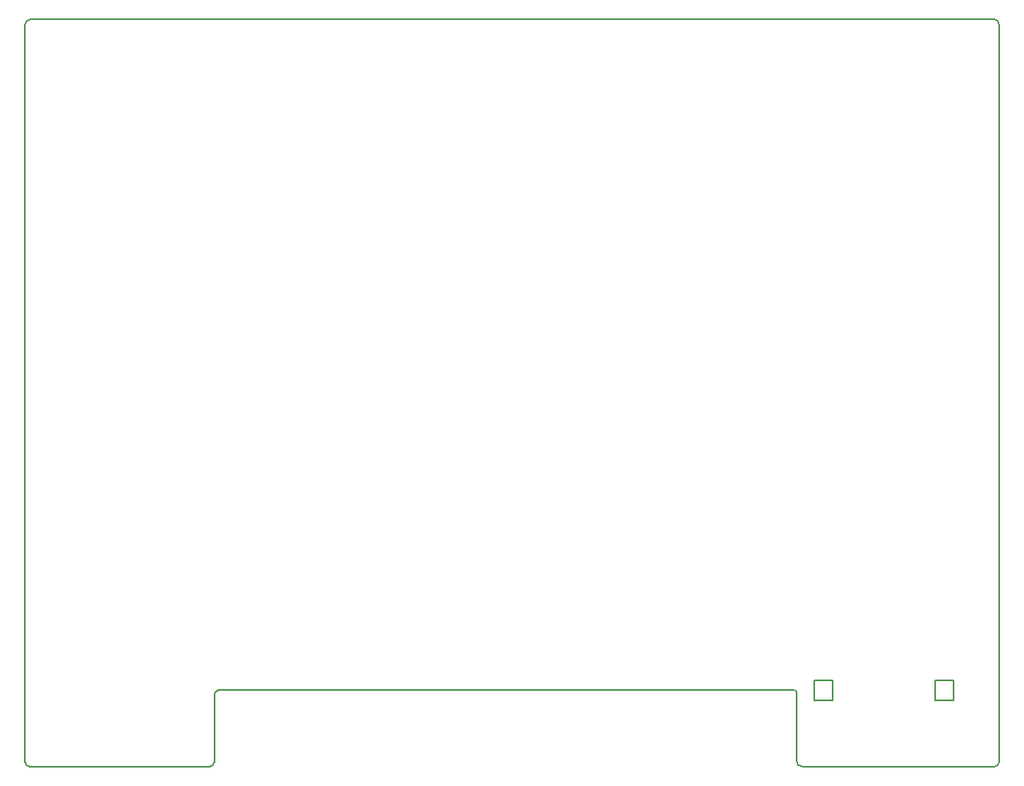
<source format=gm1>
G04 DipTrace 2.3.1.0*
%INreloadpro.outline.gm1*%
%MOIN*%
%ADD11C,0.0055*%
%FSLAX44Y44*%
G04*
G70*
G90*
G75*
G01*
%LNBoardOutline*%
%LPD*%
X4134Y3937D2*
D11*
G02X3937Y4134I5J202D01*
G01*
Y34843D1*
G02X4187Y35062I240J-21D01*
G01*
X44312D1*
G02X44488Y34843I-36J-209D01*
G01*
Y4134D1*
G02X44291Y3937I-202J5D01*
G01*
X36312D1*
G02X36062Y4187I-31J219D01*
G01*
Y7000D1*
G03X35937Y7125I-94J31D01*
G01*
X12000D1*
G03X11812Y6937I31J-219D01*
G01*
X11811Y4134D1*
G02X11614Y3937I-202J5D01*
G01*
X4134D1*
X41821Y7525D2*
X42608D1*
Y6698D1*
X41821D1*
Y7525D1*
X36781D2*
X37568D1*
Y6698D1*
X36781D1*
Y7525D1*
M02*

</source>
